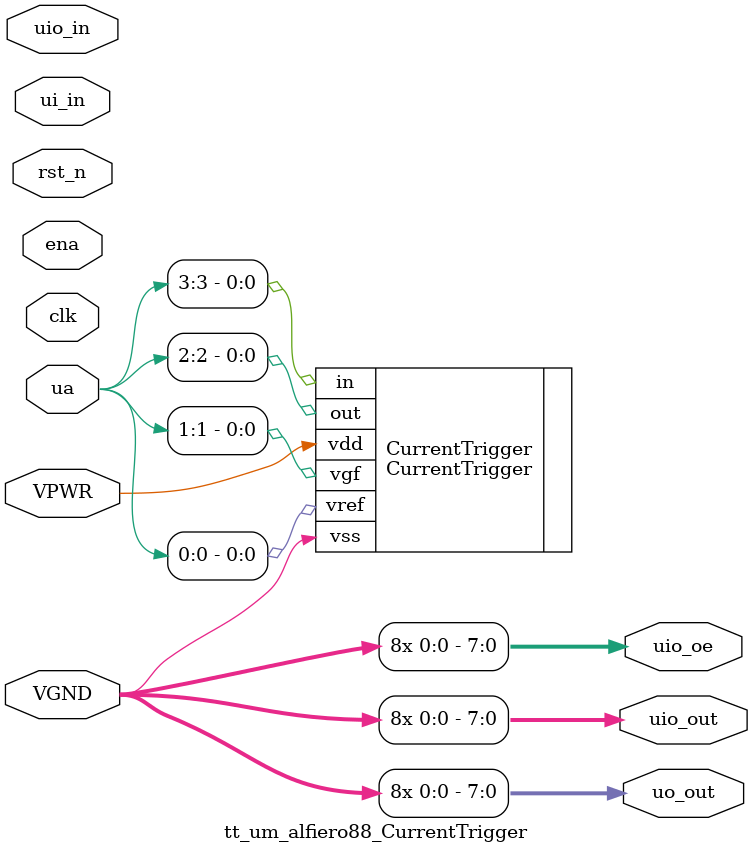
<source format=v>
/*
 * Copyright (c) 2024 Your Name
 * SPDX-License-Identifier: Apache-2.0
 */

`default_nettype none

module tt_um_alfiero88_CurrentTrigger (
    input  wire       VGND,
    input  wire       VPWR,
    input  wire [7:0] ui_in,    // Dedicated inputs
    output wire [7:0] uo_out,   // Dedicated outputs
    input  wire [7:0] uio_in,   // IOs: Input path
    output wire [7:0] uio_out,  // IOs: Output path
    output wire [7:0] uio_oe,   // IOs: Enable path (active high: 0=input, 1=output)
    inout  wire [7:0] ua,       // Analog pins, only ua[5:0] can be used
    input  wire       ena,      // always 1 when the design is powered, so you can ignore it
    input  wire       clk,      // clock
    input  wire       rst_n     // reset_n - low to reset
);


    CurrentTrigger CurrentTrigger (
          .vdd(VPWR),
          .vss(VGND),
          .vref(ua[0]),
          .vgf(ua[1]),
          .out(ua[2]),
          .in(ua[3])
          );
          
    // ties for the output enables
	assign uo_out[0] = VGND;
	assign uo_out[1] = VGND;
	assign uo_out[2] = VGND;
	assign uo_out[3] = VGND;
	assign uo_out[4] = VGND;
	assign uo_out[5] = VGND;
	assign uo_out[6] = VGND;
	assign uo_out[7] = VGND;
	
	assign uio_out[0] = VGND;
	assign uio_out[1] = VGND;
	assign uio_out[2] = VGND;
	assign uio_out[3] = VGND;
	assign uio_out[4] = VGND;
	assign uio_out[5] = VGND;
	assign uio_out[6] = VGND;
	assign uio_out[7] = VGND;
	
	assign uio_oe[0] = VGND;
	assign uio_oe[1] = VGND;
	assign uio_oe[2] = VGND;
	assign uio_oe[3] = VGND;
	assign uio_oe[4] = VGND;
	assign uio_oe[5] = VGND;
	assign uio_oe[6] = VGND;
	assign uio_oe[7] = VGND;
	
endmodule

</source>
